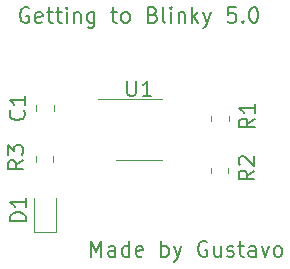
<source format=gbr>
%TF.GenerationSoftware,KiCad,Pcbnew,(5.1.7)-1*%
%TF.CreationDate,2021-01-08T18:54:40-03:00*%
%TF.ProjectId,GettingToBlinky5.0,47657474-696e-4675-946f-426c696e6b79,rev?*%
%TF.SameCoordinates,Original*%
%TF.FileFunction,Legend,Top*%
%TF.FilePolarity,Positive*%
%FSLAX46Y46*%
G04 Gerber Fmt 4.6, Leading zero omitted, Abs format (unit mm)*
G04 Created by KiCad (PCBNEW (5.1.7)-1) date 2021-01-08 18:54:40*
%MOMM*%
%LPD*%
G01*
G04 APERTURE LIST*
%ADD10C,0.150000*%
%ADD11C,0.120000*%
G04 APERTURE END LIST*
D10*
X132452380Y-105688095D02*
X132452380Y-104388095D01*
X132885714Y-105316666D01*
X133319047Y-104388095D01*
X133319047Y-105688095D01*
X134495238Y-105688095D02*
X134495238Y-105007142D01*
X134433333Y-104883333D01*
X134309523Y-104821428D01*
X134061904Y-104821428D01*
X133938095Y-104883333D01*
X134495238Y-105626190D02*
X134371428Y-105688095D01*
X134061904Y-105688095D01*
X133938095Y-105626190D01*
X133876190Y-105502380D01*
X133876190Y-105378571D01*
X133938095Y-105254761D01*
X134061904Y-105192857D01*
X134371428Y-105192857D01*
X134495238Y-105130952D01*
X135671428Y-105688095D02*
X135671428Y-104388095D01*
X135671428Y-105626190D02*
X135547619Y-105688095D01*
X135300000Y-105688095D01*
X135176190Y-105626190D01*
X135114285Y-105564285D01*
X135052380Y-105440476D01*
X135052380Y-105069047D01*
X135114285Y-104945238D01*
X135176190Y-104883333D01*
X135300000Y-104821428D01*
X135547619Y-104821428D01*
X135671428Y-104883333D01*
X136785714Y-105626190D02*
X136661904Y-105688095D01*
X136414285Y-105688095D01*
X136290476Y-105626190D01*
X136228571Y-105502380D01*
X136228571Y-105007142D01*
X136290476Y-104883333D01*
X136414285Y-104821428D01*
X136661904Y-104821428D01*
X136785714Y-104883333D01*
X136847619Y-105007142D01*
X136847619Y-105130952D01*
X136228571Y-105254761D01*
X138395238Y-105688095D02*
X138395238Y-104388095D01*
X138395238Y-104883333D02*
X138519047Y-104821428D01*
X138766666Y-104821428D01*
X138890476Y-104883333D01*
X138952380Y-104945238D01*
X139014285Y-105069047D01*
X139014285Y-105440476D01*
X138952380Y-105564285D01*
X138890476Y-105626190D01*
X138766666Y-105688095D01*
X138519047Y-105688095D01*
X138395238Y-105626190D01*
X139447619Y-104821428D02*
X139757142Y-105688095D01*
X140066666Y-104821428D02*
X139757142Y-105688095D01*
X139633333Y-105997619D01*
X139571428Y-106059523D01*
X139447619Y-106121428D01*
X142233333Y-104450000D02*
X142109523Y-104388095D01*
X141923809Y-104388095D01*
X141738095Y-104450000D01*
X141614285Y-104573809D01*
X141552380Y-104697619D01*
X141490476Y-104945238D01*
X141490476Y-105130952D01*
X141552380Y-105378571D01*
X141614285Y-105502380D01*
X141738095Y-105626190D01*
X141923809Y-105688095D01*
X142047619Y-105688095D01*
X142233333Y-105626190D01*
X142295238Y-105564285D01*
X142295238Y-105130952D01*
X142047619Y-105130952D01*
X143409523Y-104821428D02*
X143409523Y-105688095D01*
X142852380Y-104821428D02*
X142852380Y-105502380D01*
X142914285Y-105626190D01*
X143038095Y-105688095D01*
X143223809Y-105688095D01*
X143347619Y-105626190D01*
X143409523Y-105564285D01*
X143966666Y-105626190D02*
X144090476Y-105688095D01*
X144338095Y-105688095D01*
X144461904Y-105626190D01*
X144523809Y-105502380D01*
X144523809Y-105440476D01*
X144461904Y-105316666D01*
X144338095Y-105254761D01*
X144152380Y-105254761D01*
X144028571Y-105192857D01*
X143966666Y-105069047D01*
X143966666Y-105007142D01*
X144028571Y-104883333D01*
X144152380Y-104821428D01*
X144338095Y-104821428D01*
X144461904Y-104883333D01*
X144895238Y-104821428D02*
X145390476Y-104821428D01*
X145080952Y-104388095D02*
X145080952Y-105502380D01*
X145142857Y-105626190D01*
X145266666Y-105688095D01*
X145390476Y-105688095D01*
X146380952Y-105688095D02*
X146380952Y-105007142D01*
X146319047Y-104883333D01*
X146195238Y-104821428D01*
X145947619Y-104821428D01*
X145823809Y-104883333D01*
X146380952Y-105626190D02*
X146257142Y-105688095D01*
X145947619Y-105688095D01*
X145823809Y-105626190D01*
X145761904Y-105502380D01*
X145761904Y-105378571D01*
X145823809Y-105254761D01*
X145947619Y-105192857D01*
X146257142Y-105192857D01*
X146380952Y-105130952D01*
X146876190Y-104821428D02*
X147185714Y-105688095D01*
X147495238Y-104821428D01*
X148176190Y-105688095D02*
X148052380Y-105626190D01*
X147990476Y-105564285D01*
X147928571Y-105440476D01*
X147928571Y-105069047D01*
X147990476Y-104945238D01*
X148052380Y-104883333D01*
X148176190Y-104821428D01*
X148361904Y-104821428D01*
X148485714Y-104883333D01*
X148547619Y-104945238D01*
X148609523Y-105069047D01*
X148609523Y-105440476D01*
X148547619Y-105564285D01*
X148485714Y-105626190D01*
X148361904Y-105688095D01*
X148176190Y-105688095D01*
X127152380Y-84650000D02*
X127028571Y-84588095D01*
X126842857Y-84588095D01*
X126657142Y-84650000D01*
X126533333Y-84773809D01*
X126471428Y-84897619D01*
X126409523Y-85145238D01*
X126409523Y-85330952D01*
X126471428Y-85578571D01*
X126533333Y-85702380D01*
X126657142Y-85826190D01*
X126842857Y-85888095D01*
X126966666Y-85888095D01*
X127152380Y-85826190D01*
X127214285Y-85764285D01*
X127214285Y-85330952D01*
X126966666Y-85330952D01*
X128266666Y-85826190D02*
X128142857Y-85888095D01*
X127895238Y-85888095D01*
X127771428Y-85826190D01*
X127709523Y-85702380D01*
X127709523Y-85207142D01*
X127771428Y-85083333D01*
X127895238Y-85021428D01*
X128142857Y-85021428D01*
X128266666Y-85083333D01*
X128328571Y-85207142D01*
X128328571Y-85330952D01*
X127709523Y-85454761D01*
X128700000Y-85021428D02*
X129195238Y-85021428D01*
X128885714Y-84588095D02*
X128885714Y-85702380D01*
X128947619Y-85826190D01*
X129071428Y-85888095D01*
X129195238Y-85888095D01*
X129442857Y-85021428D02*
X129938095Y-85021428D01*
X129628571Y-84588095D02*
X129628571Y-85702380D01*
X129690476Y-85826190D01*
X129814285Y-85888095D01*
X129938095Y-85888095D01*
X130371428Y-85888095D02*
X130371428Y-85021428D01*
X130371428Y-84588095D02*
X130309523Y-84650000D01*
X130371428Y-84711904D01*
X130433333Y-84650000D01*
X130371428Y-84588095D01*
X130371428Y-84711904D01*
X130990476Y-85021428D02*
X130990476Y-85888095D01*
X130990476Y-85145238D02*
X131052380Y-85083333D01*
X131176190Y-85021428D01*
X131361904Y-85021428D01*
X131485714Y-85083333D01*
X131547619Y-85207142D01*
X131547619Y-85888095D01*
X132723809Y-85021428D02*
X132723809Y-86073809D01*
X132661904Y-86197619D01*
X132600000Y-86259523D01*
X132476190Y-86321428D01*
X132290476Y-86321428D01*
X132166666Y-86259523D01*
X132723809Y-85826190D02*
X132600000Y-85888095D01*
X132352380Y-85888095D01*
X132228571Y-85826190D01*
X132166666Y-85764285D01*
X132104761Y-85640476D01*
X132104761Y-85269047D01*
X132166666Y-85145238D01*
X132228571Y-85083333D01*
X132352380Y-85021428D01*
X132600000Y-85021428D01*
X132723809Y-85083333D01*
X134147619Y-85021428D02*
X134642857Y-85021428D01*
X134333333Y-84588095D02*
X134333333Y-85702380D01*
X134395238Y-85826190D01*
X134519047Y-85888095D01*
X134642857Y-85888095D01*
X135261904Y-85888095D02*
X135138095Y-85826190D01*
X135076190Y-85764285D01*
X135014285Y-85640476D01*
X135014285Y-85269047D01*
X135076190Y-85145238D01*
X135138095Y-85083333D01*
X135261904Y-85021428D01*
X135447619Y-85021428D01*
X135571428Y-85083333D01*
X135633333Y-85145238D01*
X135695238Y-85269047D01*
X135695238Y-85640476D01*
X135633333Y-85764285D01*
X135571428Y-85826190D01*
X135447619Y-85888095D01*
X135261904Y-85888095D01*
X137676190Y-85207142D02*
X137861904Y-85269047D01*
X137923809Y-85330952D01*
X137985714Y-85454761D01*
X137985714Y-85640476D01*
X137923809Y-85764285D01*
X137861904Y-85826190D01*
X137738095Y-85888095D01*
X137242857Y-85888095D01*
X137242857Y-84588095D01*
X137676190Y-84588095D01*
X137800000Y-84650000D01*
X137861904Y-84711904D01*
X137923809Y-84835714D01*
X137923809Y-84959523D01*
X137861904Y-85083333D01*
X137800000Y-85145238D01*
X137676190Y-85207142D01*
X137242857Y-85207142D01*
X138728571Y-85888095D02*
X138604761Y-85826190D01*
X138542857Y-85702380D01*
X138542857Y-84588095D01*
X139223809Y-85888095D02*
X139223809Y-85021428D01*
X139223809Y-84588095D02*
X139161904Y-84650000D01*
X139223809Y-84711904D01*
X139285714Y-84650000D01*
X139223809Y-84588095D01*
X139223809Y-84711904D01*
X139842857Y-85021428D02*
X139842857Y-85888095D01*
X139842857Y-85145238D02*
X139904761Y-85083333D01*
X140028571Y-85021428D01*
X140214285Y-85021428D01*
X140338095Y-85083333D01*
X140400000Y-85207142D01*
X140400000Y-85888095D01*
X141019047Y-85888095D02*
X141019047Y-84588095D01*
X141142857Y-85392857D02*
X141514285Y-85888095D01*
X141514285Y-85021428D02*
X141019047Y-85516666D01*
X141947619Y-85021428D02*
X142257142Y-85888095D01*
X142566666Y-85021428D02*
X142257142Y-85888095D01*
X142133333Y-86197619D01*
X142071428Y-86259523D01*
X141947619Y-86321428D01*
X144671428Y-84588095D02*
X144052380Y-84588095D01*
X143990476Y-85207142D01*
X144052380Y-85145238D01*
X144176190Y-85083333D01*
X144485714Y-85083333D01*
X144609523Y-85145238D01*
X144671428Y-85207142D01*
X144733333Y-85330952D01*
X144733333Y-85640476D01*
X144671428Y-85764285D01*
X144609523Y-85826190D01*
X144485714Y-85888095D01*
X144176190Y-85888095D01*
X144052380Y-85826190D01*
X143990476Y-85764285D01*
X145290476Y-85764285D02*
X145352380Y-85826190D01*
X145290476Y-85888095D01*
X145228571Y-85826190D01*
X145290476Y-85764285D01*
X145290476Y-85888095D01*
X146157142Y-84588095D02*
X146280952Y-84588095D01*
X146404761Y-84650000D01*
X146466666Y-84711904D01*
X146528571Y-84835714D01*
X146590476Y-85083333D01*
X146590476Y-85392857D01*
X146528571Y-85640476D01*
X146466666Y-85764285D01*
X146404761Y-85826190D01*
X146280952Y-85888095D01*
X146157142Y-85888095D01*
X146033333Y-85826190D01*
X145971428Y-85764285D01*
X145909523Y-85640476D01*
X145847619Y-85392857D01*
X145847619Y-85083333D01*
X145909523Y-84835714D01*
X145971428Y-84711904D01*
X146033333Y-84650000D01*
X146157142Y-84588095D01*
D11*
%TO.C,U1*%
X136499600Y-97479800D02*
X138449600Y-97479800D01*
X136499600Y-97479800D02*
X134549600Y-97479800D01*
X136499600Y-92359800D02*
X138449600Y-92359800D01*
X136499600Y-92359800D02*
X133049600Y-92359800D01*
%TO.C,R3*%
X129239400Y-97207336D02*
X129239400Y-97661464D01*
X127769400Y-97207336D02*
X127769400Y-97661464D01*
%TO.C,R2*%
X144035000Y-98172936D02*
X144035000Y-98627064D01*
X142565000Y-98172936D02*
X142565000Y-98627064D01*
%TO.C,R1*%
X144079900Y-93759136D02*
X144079900Y-94213264D01*
X142609900Y-93759136D02*
X142609900Y-94213264D01*
%TO.C,D1*%
X127589400Y-100727000D02*
X127589400Y-103587000D01*
X127589400Y-103587000D02*
X129509400Y-103587000D01*
X129509400Y-103587000D02*
X129509400Y-100727000D01*
%TO.C,C1*%
X127799400Y-93361252D02*
X127799400Y-92838748D01*
X129269400Y-93361252D02*
X129269400Y-92838748D01*
%TO.C,U1*%
D10*
X135509123Y-90807895D02*
X135509123Y-91860276D01*
X135571028Y-91984085D01*
X135632933Y-92045990D01*
X135756742Y-92107895D01*
X136004361Y-92107895D01*
X136128171Y-92045990D01*
X136190076Y-91984085D01*
X136251980Y-91860276D01*
X136251980Y-90807895D01*
X137551980Y-92107895D02*
X136809123Y-92107895D01*
X137180552Y-92107895D02*
X137180552Y-90807895D01*
X137056742Y-90993609D01*
X136932933Y-91117419D01*
X136809123Y-91179323D01*
%TO.C,R3*%
X126688095Y-97516666D02*
X126069047Y-97950000D01*
X126688095Y-98259523D02*
X125388095Y-98259523D01*
X125388095Y-97764285D01*
X125450000Y-97640476D01*
X125511904Y-97578571D01*
X125635714Y-97516666D01*
X125821428Y-97516666D01*
X125945238Y-97578571D01*
X126007142Y-97640476D01*
X126069047Y-97764285D01*
X126069047Y-98259523D01*
X125388095Y-97083333D02*
X125388095Y-96278571D01*
X125883333Y-96711904D01*
X125883333Y-96526190D01*
X125945238Y-96402380D01*
X126007142Y-96340476D01*
X126130952Y-96278571D01*
X126440476Y-96278571D01*
X126564285Y-96340476D01*
X126626190Y-96402380D01*
X126688095Y-96526190D01*
X126688095Y-96897619D01*
X126626190Y-97021428D01*
X126564285Y-97083333D01*
%TO.C,R2*%
X146238095Y-98416666D02*
X145619047Y-98850000D01*
X146238095Y-99159523D02*
X144938095Y-99159523D01*
X144938095Y-98664285D01*
X145000000Y-98540476D01*
X145061904Y-98478571D01*
X145185714Y-98416666D01*
X145371428Y-98416666D01*
X145495238Y-98478571D01*
X145557142Y-98540476D01*
X145619047Y-98664285D01*
X145619047Y-99159523D01*
X145061904Y-97921428D02*
X145000000Y-97859523D01*
X144938095Y-97735714D01*
X144938095Y-97426190D01*
X145000000Y-97302380D01*
X145061904Y-97240476D01*
X145185714Y-97178571D01*
X145309523Y-97178571D01*
X145495238Y-97240476D01*
X146238095Y-97983333D01*
X146238095Y-97178571D01*
%TO.C,R1*%
X146282995Y-94002866D02*
X145663947Y-94436200D01*
X146282995Y-94745723D02*
X144982995Y-94745723D01*
X144982995Y-94250485D01*
X145044900Y-94126676D01*
X145106804Y-94064771D01*
X145230614Y-94002866D01*
X145416328Y-94002866D01*
X145540138Y-94064771D01*
X145602042Y-94126676D01*
X145663947Y-94250485D01*
X145663947Y-94745723D01*
X146282995Y-92764771D02*
X146282995Y-93507628D01*
X146282995Y-93136200D02*
X144982995Y-93136200D01*
X145168709Y-93260009D01*
X145292519Y-93383819D01*
X145354423Y-93507628D01*
%TO.C,D1*%
X126887495Y-102686523D02*
X125587495Y-102686523D01*
X125587495Y-102377000D01*
X125649400Y-102191285D01*
X125773209Y-102067476D01*
X125897019Y-102005571D01*
X126144638Y-101943666D01*
X126330352Y-101943666D01*
X126577971Y-102005571D01*
X126701780Y-102067476D01*
X126825590Y-102191285D01*
X126887495Y-102377000D01*
X126887495Y-102686523D01*
X126887495Y-100705571D02*
X126887495Y-101448428D01*
X126887495Y-101077000D02*
X125587495Y-101077000D01*
X125773209Y-101200809D01*
X125897019Y-101324619D01*
X125958923Y-101448428D01*
%TO.C,C1*%
X126718685Y-93316666D02*
X126780590Y-93378571D01*
X126842495Y-93564285D01*
X126842495Y-93688095D01*
X126780590Y-93873809D01*
X126656780Y-93997619D01*
X126532971Y-94059523D01*
X126285352Y-94121428D01*
X126099638Y-94121428D01*
X125852019Y-94059523D01*
X125728209Y-93997619D01*
X125604400Y-93873809D01*
X125542495Y-93688095D01*
X125542495Y-93564285D01*
X125604400Y-93378571D01*
X125666304Y-93316666D01*
X126842495Y-92078571D02*
X126842495Y-92821428D01*
X126842495Y-92450000D02*
X125542495Y-92450000D01*
X125728209Y-92573809D01*
X125852019Y-92697619D01*
X125913923Y-92821428D01*
%TD*%
M02*

</source>
